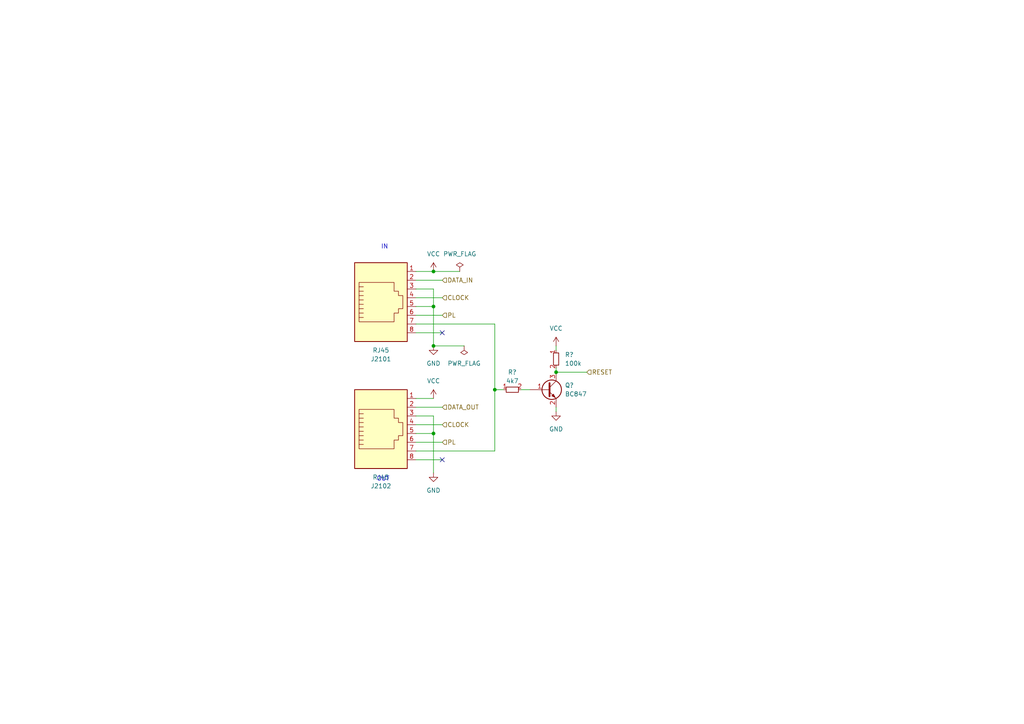
<source format=kicad_sch>
(kicad_sch (version 20230121) (generator eeschema)
  (paper "A4")
  (lib_symbols
    (symbol "Connector:RJ45" (pin_names (offset 1.016))
      (property "Reference" "J" (at -5.08 13.97 0))
      (property "Value" "RJ45" (at 2.54 13.97 0))
      (symbol "RJ45_0_1"
        (polyline (pts (xy -5.08 4.445) (xy -6.35 4.445)))
        (polyline (pts (xy -5.08 5.715) (xy -6.35 5.715)))
        (polyline (pts (xy -6.35 -3.175) (xy -5.08 -3.175) (xy -5.08 -3.175)))
        (polyline (pts (xy -6.35 -1.905) (xy -5.08 -1.905) (xy -5.08 -1.905)))
        (polyline (pts (xy -6.35 -0.635) (xy -5.08 -0.635) (xy -5.08 -0.635)))
        (polyline (pts (xy -6.35 0.635) (xy -5.08 0.635) (xy -5.08 0.635)))
        (polyline (pts (xy -6.35 1.905) (xy -5.08 1.905) (xy -5.08 1.905)))
        (polyline (pts (xy -5.08 3.175) (xy -6.35 3.175) (xy -6.35 3.175)))
        (polyline (pts (xy -6.35 -4.445) (xy -6.35 6.985) (xy 3.81 6.985) (xy 3.81 4.445) (xy 5.08 4.445) (xy 5.08 3.175) (xy 6.35 3.175) (xy 6.35 -0.635) (xy 5.08 -0.635) (xy 5.08 -1.905) (xy 3.81 -1.905) (xy 3.81 -4.445) (xy -6.35 -4.445) (xy -6.35 -4.445)))
        (rectangle (start 7.62 12.7) (end -7.62 -10.16) (stroke (width 0.254)) (fill (type background)))
      )
      (symbol "RJ45_1_1"
        (pin passive line (at 10.16 -7.62 180) (length 2.54) (name "~") (number "1"))
        (pin passive line (at 10.16 -5.08 180) (length 2.54) (name "~") (number "2"))
        (pin passive line (at 10.16 -2.54 180) (length 2.54) (name "~") (number "3"))
        (pin passive line (at 10.16 0 180) (length 2.54) (name "~") (number "4"))
        (pin passive line (at 10.16 2.54 180) (length 2.54) (name "~") (number "5"))
        (pin passive line (at 10.16 5.08 180) (length 2.54) (name "~") (number "6"))
        (pin passive line (at 10.16 7.62 180) (length 2.54) (name "~") (number "7"))
        (pin passive line (at 10.16 10.16 180) (length 2.54) (name "~") (number "8"))
      )
    )
    (symbol "custom_kicad_lib_sk:BC847" (pin_names (offset 0) hide)
      (property "Reference" "Q" (at 5.08 1.905 0))
      (property "Value" "BC847" (at 5.08 0 0))
      (symbol "BC847_0_1"
        (polyline (pts (xy 0.635 0.635) (xy 2.54 2.54)))
        (polyline (pts (xy 0.635 -0.635) (xy 2.54 -2.54) (xy 2.54 -2.54)))
        (polyline (pts (xy 0.635 1.905) (xy 0.635 -1.905) (xy 0.635 -1.905)) (stroke (width 0.508)))
        (polyline (pts (xy 1.27 -1.778) (xy 1.778 -1.27) (xy 2.286 -2.286) (xy 1.27 -1.778) (xy 1.27 -1.778)) (fill (type outline)))
        (circle (center 1.27 0) (radius 2.8194) (stroke (width 0.254)))
      )
      (symbol "BC847_1_1"
        (pin input line (at -5.08 0 0) (length 5.715) (name "B") (number "1"))
        (pin passive line (at 2.54 -5.08 90) (length 2.54) (name "E") (number "2"))
        (pin passive line (at 2.54 5.08 270) (length 2.54) (name "C") (number "3"))
      )
    )
    (symbol "power:GND" (power) (pin_names (offset 0))
      (property "Value" "GND" (at 0 -3.81 0))
      (symbol "GND_0_1"
        (polyline (pts (xy 0 0) (xy 0 -1.27) (xy 1.27 -1.27) (xy 0 -2.54) (xy -1.27 -1.27) (xy 0 -1.27)))
      )
      (symbol "GND_1_1"
        (pin power_in line (at 0 0 270) (length 0) hide (name "GND") (number "1"))
      )
    )
    (symbol "power:PWR_FLAG" (power) (pin_numbers hide) (pin_names (offset 0) hide)
      (property "Value" "PWR_FLAG" (at 0 3.81 0))
      (symbol "PWR_FLAG_0_0"
        (pin power_out line (at 0 0 90) (length 0) (name "pwr") (number "1"))
      )
      (symbol "PWR_FLAG_0_1"
        (polyline (pts (xy 0 0) (xy 0 1.27) (xy -1.016 1.905) (xy 0 2.54) (xy 1.016 1.905) (xy 0 1.27)))
      )
    )
    (symbol "power:VCC" (power) (pin_names (offset 0))
      (property "Value" "VCC" (at 0 3.81 0))
      (symbol "VCC_0_1"
        (polyline (pts (xy -0.762 1.27) (xy 0 2.54)))
        (polyline (pts (xy 0 0) (xy 0 2.54)))
        (polyline (pts (xy 0 2.54) (xy 0.762 1.27)))
      )
      (symbol "VCC_1_1"
        (pin power_in line (at 0 0 90) (length 0) hide (name "VCC") (number "1"))
      )
    )
    (symbol "resistors_0603:R_100k_0603"
      (property "Reference" "R" (at 1.27 2.54 0))
      (property "Value" "100k" (at 2.54 -2.54 0))
      (symbol "R_100k_0603_0_1"
        (rectangle (start -0.762 1.778) (end 0.762 -1.778) (stroke (width 0.2032)))
      )
      (symbol "R_100k_0603_1_1"
        (pin passive line (at 0 2.54 270) (length 0.762) (name "~") (number "1"))
        (pin passive line (at 0 -2.54 90) (length 0.762) (name "~") (number "2"))
      )
    )
    (symbol "resistors_0603:R_4k7_0603"
      (property "Reference" "R" (at 1.27 2.54 0))
      (property "Value" "4k7" (at 2.54 -2.54 0))
      (symbol "R_4k7_0603_0_1"
        (rectangle (start -0.762 1.778) (end 0.762 -1.778) (stroke (width 0.2032)))
      )
      (symbol "R_4k7_0603_1_1"
        (pin passive line (at 0 2.54 270) (length 0.762) (name "~") (number "1"))
        (pin passive line (at 0 -2.54 90) (length 0.762) (name "~") (number "2"))
      )
    )
  )
  (junction (at 125.73 88.9))
  (junction (at 161.29 107.95))
  (junction (at 143.51 113.03))
  (junction (at 125.73 125.73))
  (junction (at 125.73 100.33))
  (junction (at 125.73 78.74))
  (no_connect (at 128.27 96.52))
  (no_connect (at 128.27 133.35))
  (wire (pts (xy 125.73 100.33) (xy 134.62 100.33)))
  (wire (pts (xy 161.29 100.33) (xy 161.29 101.6)))
  (wire (pts (xy 120.65 130.81) (xy 143.51 130.81)))
  (wire (pts (xy 161.29 106.68) (xy 161.29 107.95)))
  (wire (pts (xy 120.65 91.44) (xy 128.27 91.44)))
  (wire (pts (xy 120.65 78.74) (xy 125.73 78.74)))
  (wire (pts (xy 120.65 125.73) (xy 125.73 125.73)))
  (wire (pts (xy 120.65 123.19) (xy 128.27 123.19)))
  (wire (pts (xy 120.65 83.82) (xy 125.73 83.82)))
  (wire (pts (xy 143.51 93.98) (xy 143.51 113.03)))
  (wire (pts (xy 125.73 78.74) (xy 133.35 78.74)))
  (wire (pts (xy 151.13 113.03) (xy 153.67 113.03)))
  (wire (pts (xy 120.65 115.57) (xy 125.73 115.57)))
  (wire (pts (xy 120.65 118.11) (xy 128.27 118.11)))
  (wire (pts (xy 161.29 118.11) (xy 161.29 119.38)))
  (wire (pts (xy 120.65 86.36) (xy 128.27 86.36)))
  (wire (pts (xy 120.65 93.98) (xy 143.51 93.98)))
  (wire (pts (xy 143.51 113.03) (xy 143.51 130.81)))
  (wire (pts (xy 120.65 88.9) (xy 125.73 88.9)))
  (wire (pts (xy 125.73 83.82) (xy 125.73 88.9)))
  (wire (pts (xy 143.51 113.03) (xy 146.05 113.03)))
  (wire (pts (xy 125.73 120.65) (xy 125.73 125.73)))
  (wire (pts (xy 125.73 88.9) (xy 125.73 100.33)))
  (wire (pts (xy 161.29 107.95) (xy 170.18 107.95)))
  (wire (pts (xy 120.65 128.27) (xy 128.27 128.27)))
  (wire (pts (xy 125.73 125.73) (xy 125.73 137.16)))
  (wire (pts (xy 120.65 81.28) (xy 128.27 81.28)))
  (wire (pts (xy 120.65 133.35) (xy 128.27 133.35)))
  (wire (pts (xy 120.65 96.52) (xy 128.27 96.52)))
  (wire (pts (xy 120.65 120.65) (xy 125.73 120.65)))
  (text "IN" (at 110.49 72.39 0) (effects (font (size 1.27 1.27)) (justify left bottom)))
  (text "OUT\n" (at 109.22 139.7 0) (effects (font (size 1.27 1.27)) (justify left bottom)))
  (hierarchical_label "DATA_IN" (shape input) (at 128.27 81.28 0))
  (hierarchical_label "CLOCK" (shape input) (at 128.27 86.36 0))
  (hierarchical_label "PL" (shape input) (at 128.27 128.27 0))
  (hierarchical_label "DATA_OUT" (shape input) (at 128.27 118.11 0))
  (hierarchical_label "RESET" (shape input) (at 170.18 107.95 0))
  (hierarchical_label "CLOCK" (shape input) (at 128.27 123.19 0))
  (hierarchical_label "PL" (shape input) (at 128.27 91.44 0))
  (symbol (lib_id "power:VCC") (at 125.73 115.57 0) (unit 1)
    (property "Reference" "#PWR02103" (effects hide))
    (property "Value" "VCC" (at 125.73 110.49 0))
  )
  (symbol (lib_id "power:VCC") (at 161.29 100.33 0) (unit 1)
    (property "Reference" "#PWR0309" (effects hide))
    (property "Value" "VCC" (at 161.29 95.25 0))
    (instances (project "OS-S88n" (path "" (reference "#PWR0309") (unit 1)) (path "" (reference "#PWR01209") (unit 1)) (path "" (reference "#PWR02105") (unit 1))))
  )
  (symbol (lib_id "resistors_0603:R_100k_0603") (at 161.29 104.14 0) (unit 1)
    (property "Reference" "R?" (at 163.83 102.87 0) (effects (justify left)))
    (property "Value" "100k" (at 163.83 105.41 0) (effects (justify left)))
    (property "Footprint" "custom_kicad_lib_sk:R_0603_smalltext" (effects hide))
    (property "JLCPCB Part#" "C25803" (effects hide))
    (instances (project "OS-S88n" (path "" (reference "R?") (unit 1)) (path "" (reference "R?") (unit 1)) (path "" (reference "R2102") (unit 1))))
  )
  (symbol (lib_id "power:GND") (at 161.29 119.38 0) (unit 1)
    (property "Reference" "#PWR0310" (effects hide))
    (property "Value" "GND" (at 161.29 124.46 0))
    (instances (project "OS-S88n" (path "" (reference "#PWR0310") (unit 1)) (path "" (reference "#PWR01210") (unit 1)) (path "" (reference "#PWR02106") (unit 1))))
  )
  (symbol (lib_id "Connector:RJ45") (at 110.49 123.19 0) (mirror x) (unit 1)
    (property "Reference" "J2102" (at 110.49 140.97 0))
    (property "Value" "RJ45" (at 110.49 138.43 0))
    (property "Footprint" "Connector_RJ:RJ45_Amphenol_54602-x08_Horizontal" (effects hide))
    (property "JLCPCB Part#" "C2847314" (effects hide))
  )
  (symbol (lib_id "power:PWR_FLAG") (at 133.35 78.74 0) (unit 1)
    (property "Reference" "#FLG02101" (effects hide))
    (property "Value" "PWR_FLAG" (at 133.35 73.66 0))
  )
  (symbol (lib_id "power:PWR_FLAG") (at 134.62 100.33 180) (unit 1)
    (property "Reference" "#FLG02102" (effects hide))
    (property "Value" "PWR_FLAG" (at 134.62 105.41 0))
  )
  (symbol (lib_id "Connector:RJ45") (at 110.49 86.36 0) (mirror x) (unit 1)
    (property "Reference" "J2101" (at 110.49 104.14 0))
    (property "Value" "RJ45" (at 110.49 101.6 0))
    (property "Footprint" "Connector_RJ:RJ45_Amphenol_54602-x08_Horizontal" (effects hide))
    (property "JLCPCB Part#" "C2847314" (effects hide))
  )
  (symbol (lib_id "power:VCC") (at 125.73 78.74 0) (unit 1)
    (property "Reference" "#PWR02101" (effects hide))
    (property "Value" "VCC" (at 125.73 73.66 0))
  )
  (symbol (lib_id "power:GND") (at 125.73 100.33 0) (unit 1)
    (property "Reference" "#PWR02102" (effects hide))
    (property "Value" "GND" (at 125.73 105.41 0))
  )
  (symbol (lib_id "custom_kicad_lib_sk:BC847") (at 158.75 113.03 0) (unit 1)
    (property "Reference" "Q?" (at 163.83 111.76 0) (effects (justify left)))
    (property "Value" "BC847" (at 163.83 114.3 0) (effects (justify left)))
    (property "Footprint" "Package_TO_SOT_SMD:SOT-23" (effects hide))
    (property "Datasheet" "https://www.onsemi.com/pub/Collateral/BC818-D.pdf" (effects hide))
    (property "JLCPCB Part#" "C181140" (effects hide))
    (instances (project "OS-S88n" (path "" (reference "Q?") (unit 1)) (path "" (reference "Q?") (unit 1)) (path "" (reference "Q2101") (unit 1))))
  )
  (symbol (lib_id "power:GND") (at 125.73 137.16 0) (unit 1)
    (property "Reference" "#PWR02104" (effects hide))
    (property "Value" "GND" (at 125.73 142.24 0))
  )
  (symbol (lib_id "resistors_0603:R_4k7_0603") (at 148.59 113.03 90) (unit 1)
    (property "Reference" "R?" (at 148.59 107.95 90))
    (property "Value" "4k7" (at 148.59 110.49 90))
    (property "Footprint" "custom_kicad_lib_sk:R_0603_smalltext" (effects hide))
    (property "JLCPCB Part#" "C23162" (effects hide))
    (instances (project "OS-S88n" (path "" (reference "R?") (unit 1)) (path "" (reference "R?") (unit 1)) (path "" (reference "R2101") (unit 1))))
  )
)
</source>
